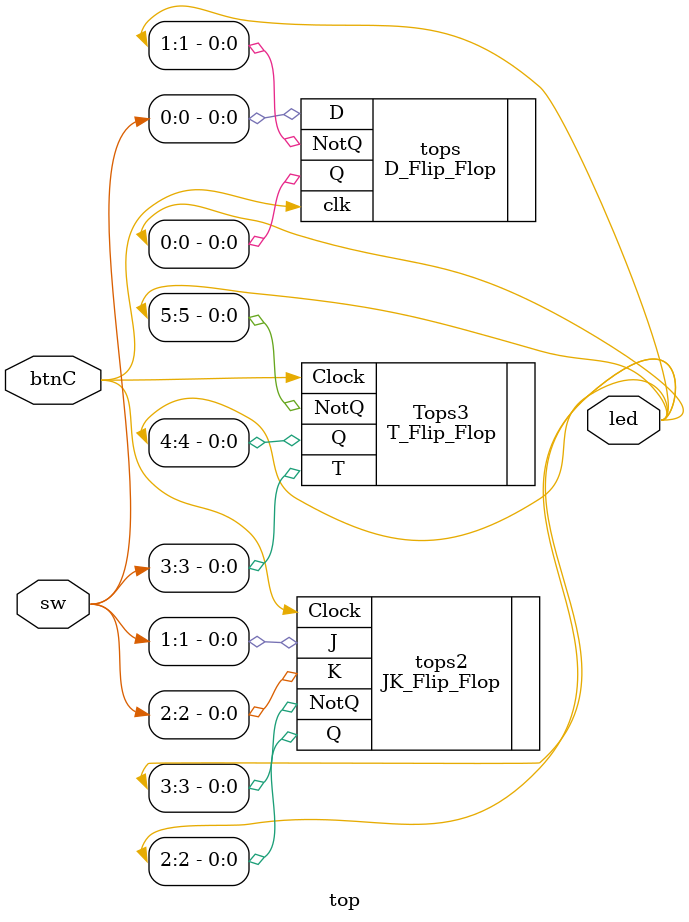
<source format=v>

module top(

input [3:0] sw,
input btnC, 
output[5:0] led

);


D_Flip_Flop tops (

.D(sw[0]), 
.Q(led[0]),
.NotQ(led[1]),
.clk(btnC)

);

JK_Flip_Flop tops2(

.J(sw[1]), 
.K(sw[2]),
.NotQ(led[3]),
.Clock(btnC),
.Q(led[2])

);

T_Flip_Flop Tops3 (


.T(sw[3]), 
.Clock(btnC),
.NotQ(led[5]),
.Q(led[4])


);




endmodule


</source>
